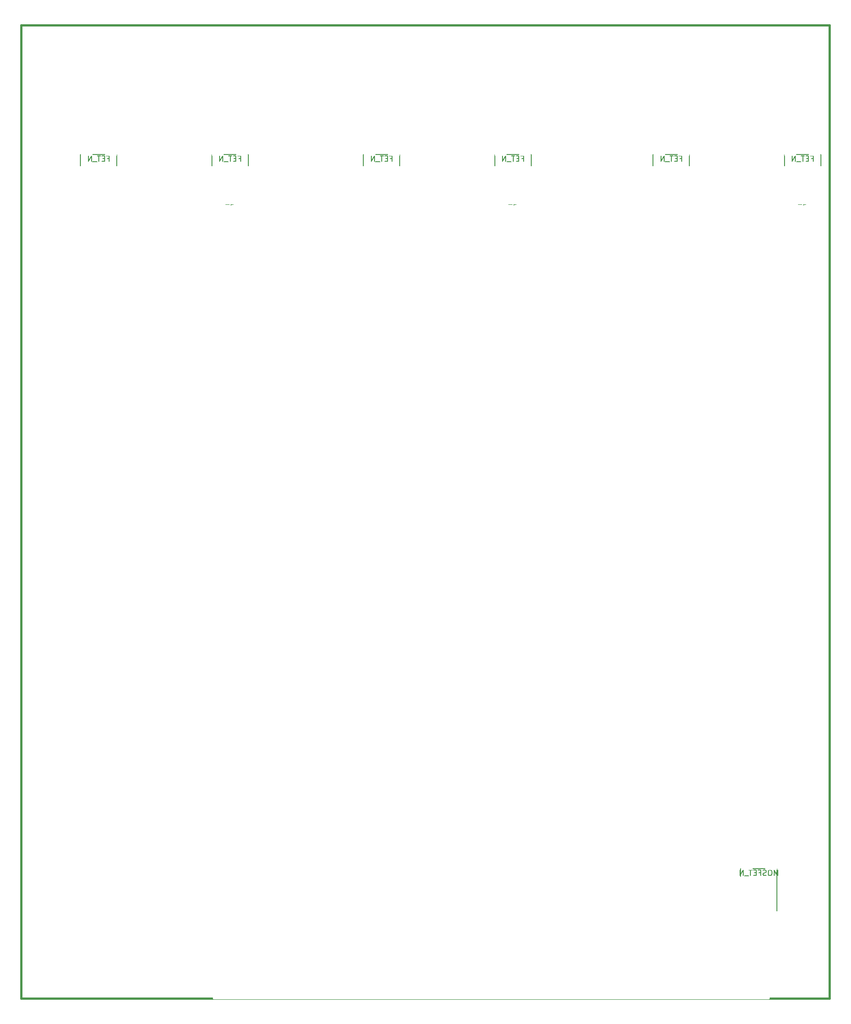
<source format=gbo>
G04 (created by PCBNEW-RS274X (2011-05-25)-stable) date Mon 18 Jun 2012 11:26:01 PM MDT*
G01*
G70*
G90*
%MOIN*%
G04 Gerber Fmt 3.4, Leading zero omitted, Abs format*
%FSLAX34Y34*%
G04 APERTURE LIST*
%ADD10C,0.006000*%
%ADD11C,0.015000*%
%ADD12C,0.005000*%
%ADD13C,0.008000*%
%ADD14C,0.085000*%
%ADD15R,0.080000X0.080000*%
%ADD16C,0.080000*%
%ADD17R,0.085000X0.140000*%
%ADD18R,0.260000X0.260000*%
%ADD19R,0.075000X0.075000*%
%ADD20C,0.075000*%
%ADD21C,0.320000*%
%ADD22O,0.110000X0.082000*%
%ADD23R,0.110000X0.082000*%
%ADD24O,0.082000X0.110000*%
%ADD25R,0.082000X0.110000*%
%ADD26C,0.090000*%
%ADD27R,0.090000X0.090000*%
%ADD28R,0.085000X0.085000*%
%ADD29R,0.140000X0.140000*%
%ADD30C,0.140000*%
%ADD31O,0.118400X0.090900*%
%ADD32R,0.147600X0.147600*%
%ADD33C,0.147600*%
%ADD34C,0.010000*%
G04 APERTURE END LIST*
G54D10*
G54D11*
X68250Y-04750D02*
X68250Y-77000D01*
X08250Y-04750D02*
X68250Y-04750D01*
X08250Y-77000D02*
X08250Y-04750D01*
X68250Y-77000D02*
X08250Y-77000D01*
G54D12*
X66800Y-14350D02*
X66800Y-13100D01*
X66800Y-13100D02*
X67500Y-13100D01*
X67500Y-13100D02*
X67500Y-14350D01*
X65000Y-14350D02*
X65000Y-13100D01*
X65000Y-13100D02*
X65700Y-13100D01*
X65700Y-13100D02*
X65700Y-14350D01*
X67600Y-16750D02*
X67600Y-14350D01*
X67600Y-14350D02*
X64900Y-14350D01*
X64900Y-14350D02*
X64900Y-17450D01*
X64900Y-17500D02*
X67600Y-17500D01*
X67600Y-17450D02*
X67600Y-16750D01*
X57050Y-14350D02*
X57050Y-13100D01*
X57050Y-13100D02*
X57750Y-13100D01*
X57750Y-13100D02*
X57750Y-14350D01*
X55250Y-14350D02*
X55250Y-13100D01*
X55250Y-13100D02*
X55950Y-13100D01*
X55950Y-13100D02*
X55950Y-14350D01*
X57850Y-16750D02*
X57850Y-14350D01*
X57850Y-14350D02*
X55150Y-14350D01*
X55150Y-14350D02*
X55150Y-17450D01*
X55150Y-17500D02*
X57850Y-17500D01*
X57850Y-17450D02*
X57850Y-16750D01*
X35550Y-14350D02*
X35550Y-13100D01*
X35550Y-13100D02*
X36250Y-13100D01*
X36250Y-13100D02*
X36250Y-14350D01*
X33750Y-14350D02*
X33750Y-13100D01*
X33750Y-13100D02*
X34450Y-13100D01*
X34450Y-13100D02*
X34450Y-14350D01*
X36350Y-16750D02*
X36350Y-14350D01*
X36350Y-14350D02*
X33650Y-14350D01*
X33650Y-14350D02*
X33650Y-17450D01*
X33650Y-17500D02*
X36350Y-17500D01*
X36350Y-17450D02*
X36350Y-16750D01*
X45300Y-14350D02*
X45300Y-13100D01*
X45300Y-13100D02*
X46000Y-13100D01*
X46000Y-13100D02*
X46000Y-14350D01*
X43500Y-14350D02*
X43500Y-13100D01*
X43500Y-13100D02*
X44200Y-13100D01*
X44200Y-13100D02*
X44200Y-14350D01*
X46100Y-16750D02*
X46100Y-14350D01*
X46100Y-14350D02*
X43400Y-14350D01*
X43400Y-14350D02*
X43400Y-17450D01*
X43400Y-17500D02*
X46100Y-17500D01*
X46100Y-17450D02*
X46100Y-16750D01*
X63550Y-67350D02*
X63550Y-66100D01*
X63550Y-66100D02*
X64250Y-66100D01*
X64250Y-66100D02*
X64250Y-67350D01*
X61750Y-67350D02*
X61750Y-66100D01*
X61750Y-66100D02*
X62450Y-66100D01*
X62450Y-66100D02*
X62450Y-67350D01*
X64350Y-69750D02*
X64350Y-67350D01*
X64350Y-67350D02*
X61650Y-67350D01*
X61650Y-67350D02*
X61650Y-70450D01*
X61650Y-70500D02*
X64350Y-70500D01*
X64350Y-70450D02*
X64350Y-69750D01*
X24300Y-14350D02*
X24300Y-13100D01*
X24300Y-13100D02*
X25000Y-13100D01*
X25000Y-13100D02*
X25000Y-14350D01*
X22500Y-14350D02*
X22500Y-13100D01*
X22500Y-13100D02*
X23200Y-13100D01*
X23200Y-13100D02*
X23200Y-14350D01*
X25100Y-16750D02*
X25100Y-14350D01*
X25100Y-14350D02*
X22400Y-14350D01*
X22400Y-14350D02*
X22400Y-17450D01*
X22400Y-17500D02*
X25100Y-17500D01*
X25100Y-17450D02*
X25100Y-16750D01*
X14550Y-14350D02*
X14550Y-13100D01*
X14550Y-13100D02*
X15250Y-13100D01*
X15250Y-13100D02*
X15250Y-14350D01*
X12750Y-14350D02*
X12750Y-13100D01*
X12750Y-13100D02*
X13450Y-13100D01*
X13450Y-13100D02*
X13450Y-14350D01*
X15350Y-16750D02*
X15350Y-14350D01*
X15350Y-14350D02*
X12650Y-14350D01*
X12650Y-14350D02*
X12650Y-17450D01*
X12650Y-17500D02*
X15350Y-17500D01*
X15350Y-17450D02*
X15350Y-16750D01*
G54D13*
X66288Y-18100D02*
X66326Y-18076D01*
X66364Y-18029D01*
X66421Y-17957D01*
X66460Y-17933D01*
X66498Y-17933D01*
X66479Y-18052D02*
X66517Y-18029D01*
X66555Y-17981D01*
X66574Y-17886D01*
X66574Y-17719D01*
X66555Y-17624D01*
X66517Y-17576D01*
X66479Y-17552D01*
X66402Y-17552D01*
X66364Y-17576D01*
X66326Y-17624D01*
X66307Y-17719D01*
X66307Y-17886D01*
X66326Y-17981D01*
X66364Y-18029D01*
X66402Y-18052D01*
X66479Y-18052D01*
X66155Y-17600D02*
X66136Y-17576D01*
X66098Y-17552D01*
X66002Y-17552D01*
X65964Y-17576D01*
X65945Y-17600D01*
X65926Y-17648D01*
X65926Y-17695D01*
X65945Y-17767D01*
X66174Y-18052D01*
X65926Y-18052D01*
X66888Y-14652D02*
X67022Y-14652D01*
X67022Y-14862D02*
X67022Y-14462D01*
X66831Y-14462D01*
X66679Y-14652D02*
X66545Y-14652D01*
X66488Y-14862D02*
X66679Y-14862D01*
X66679Y-14462D01*
X66488Y-14462D01*
X66374Y-14462D02*
X66145Y-14462D01*
X66260Y-14862D02*
X66260Y-14462D01*
X66107Y-14900D02*
X65802Y-14900D01*
X65707Y-14862D02*
X65707Y-14462D01*
X65478Y-14862D01*
X65478Y-14462D01*
X56538Y-18100D02*
X56576Y-18076D01*
X56614Y-18029D01*
X56671Y-17957D01*
X56710Y-17933D01*
X56748Y-17933D01*
X56729Y-18052D02*
X56767Y-18029D01*
X56805Y-17981D01*
X56824Y-17886D01*
X56824Y-17719D01*
X56805Y-17624D01*
X56767Y-17576D01*
X56729Y-17552D01*
X56652Y-17552D01*
X56614Y-17576D01*
X56576Y-17624D01*
X56557Y-17719D01*
X56557Y-17886D01*
X56576Y-17981D01*
X56614Y-18029D01*
X56652Y-18052D01*
X56729Y-18052D01*
X56176Y-18052D02*
X56405Y-18052D01*
X56291Y-18052D02*
X56291Y-17552D01*
X56329Y-17624D01*
X56367Y-17671D01*
X56405Y-17695D01*
X57138Y-14652D02*
X57272Y-14652D01*
X57272Y-14862D02*
X57272Y-14462D01*
X57081Y-14462D01*
X56929Y-14652D02*
X56795Y-14652D01*
X56738Y-14862D02*
X56929Y-14862D01*
X56929Y-14462D01*
X56738Y-14462D01*
X56624Y-14462D02*
X56395Y-14462D01*
X56510Y-14862D02*
X56510Y-14462D01*
X56357Y-14900D02*
X56052Y-14900D01*
X55957Y-14862D02*
X55957Y-14462D01*
X55728Y-14862D01*
X55728Y-14462D01*
X35038Y-18100D02*
X35076Y-18076D01*
X35114Y-18029D01*
X35171Y-17957D01*
X35210Y-17933D01*
X35248Y-17933D01*
X35229Y-18052D02*
X35267Y-18029D01*
X35305Y-17981D01*
X35324Y-17886D01*
X35324Y-17719D01*
X35305Y-17624D01*
X35267Y-17576D01*
X35229Y-17552D01*
X35152Y-17552D01*
X35114Y-17576D01*
X35076Y-17624D01*
X35057Y-17719D01*
X35057Y-17886D01*
X35076Y-17981D01*
X35114Y-18029D01*
X35152Y-18052D01*
X35229Y-18052D01*
X34676Y-18052D02*
X34905Y-18052D01*
X34791Y-18052D02*
X34791Y-17552D01*
X34829Y-17624D01*
X34867Y-17671D01*
X34905Y-17695D01*
X35638Y-14652D02*
X35772Y-14652D01*
X35772Y-14862D02*
X35772Y-14462D01*
X35581Y-14462D01*
X35429Y-14652D02*
X35295Y-14652D01*
X35238Y-14862D02*
X35429Y-14862D01*
X35429Y-14462D01*
X35238Y-14462D01*
X35124Y-14462D02*
X34895Y-14462D01*
X35010Y-14862D02*
X35010Y-14462D01*
X34857Y-14900D02*
X34552Y-14900D01*
X34457Y-14862D02*
X34457Y-14462D01*
X34228Y-14862D01*
X34228Y-14462D01*
X44788Y-18100D02*
X44826Y-18076D01*
X44864Y-18029D01*
X44921Y-17957D01*
X44960Y-17933D01*
X44998Y-17933D01*
X44979Y-18052D02*
X45017Y-18029D01*
X45055Y-17981D01*
X45074Y-17886D01*
X45074Y-17719D01*
X45055Y-17624D01*
X45017Y-17576D01*
X44979Y-17552D01*
X44902Y-17552D01*
X44864Y-17576D01*
X44826Y-17624D01*
X44807Y-17719D01*
X44807Y-17886D01*
X44826Y-17981D01*
X44864Y-18029D01*
X44902Y-18052D01*
X44979Y-18052D01*
X44655Y-17600D02*
X44636Y-17576D01*
X44598Y-17552D01*
X44502Y-17552D01*
X44464Y-17576D01*
X44445Y-17600D01*
X44426Y-17648D01*
X44426Y-17695D01*
X44445Y-17767D01*
X44674Y-18052D01*
X44426Y-18052D01*
X45388Y-14652D02*
X45522Y-14652D01*
X45522Y-14862D02*
X45522Y-14462D01*
X45331Y-14462D01*
X45179Y-14652D02*
X45045Y-14652D01*
X44988Y-14862D02*
X45179Y-14862D01*
X45179Y-14462D01*
X44988Y-14462D01*
X44874Y-14462D02*
X44645Y-14462D01*
X44760Y-14862D02*
X44760Y-14462D01*
X44607Y-14900D02*
X44302Y-14900D01*
X44207Y-14862D02*
X44207Y-14462D01*
X43978Y-14862D01*
X43978Y-14462D01*
X63038Y-71100D02*
X63076Y-71076D01*
X63114Y-71029D01*
X63171Y-70957D01*
X63210Y-70933D01*
X63248Y-70933D01*
X63229Y-71052D02*
X63267Y-71029D01*
X63305Y-70981D01*
X63324Y-70886D01*
X63324Y-70719D01*
X63305Y-70624D01*
X63267Y-70576D01*
X63229Y-70552D01*
X63152Y-70552D01*
X63114Y-70576D01*
X63076Y-70624D01*
X63057Y-70719D01*
X63057Y-70886D01*
X63076Y-70981D01*
X63114Y-71029D01*
X63152Y-71052D01*
X63229Y-71052D01*
X62924Y-70552D02*
X62676Y-70552D01*
X62810Y-70743D01*
X62752Y-70743D01*
X62714Y-70767D01*
X62695Y-70790D01*
X62676Y-70838D01*
X62676Y-70957D01*
X62695Y-71005D01*
X62714Y-71029D01*
X62752Y-71052D01*
X62867Y-71052D01*
X62905Y-71029D01*
X62924Y-71005D01*
X64400Y-67862D02*
X64400Y-67462D01*
X64266Y-67748D01*
X64133Y-67462D01*
X64133Y-67862D01*
X63867Y-67462D02*
X63790Y-67462D01*
X63752Y-67481D01*
X63714Y-67519D01*
X63695Y-67595D01*
X63695Y-67729D01*
X63714Y-67805D01*
X63752Y-67843D01*
X63790Y-67862D01*
X63867Y-67862D01*
X63905Y-67843D01*
X63943Y-67805D01*
X63962Y-67729D01*
X63962Y-67595D01*
X63943Y-67519D01*
X63905Y-67481D01*
X63867Y-67462D01*
X63543Y-67843D02*
X63486Y-67862D01*
X63390Y-67862D01*
X63352Y-67843D01*
X63333Y-67824D01*
X63314Y-67786D01*
X63314Y-67748D01*
X63333Y-67710D01*
X63352Y-67690D01*
X63390Y-67671D01*
X63467Y-67652D01*
X63505Y-67633D01*
X63524Y-67614D01*
X63543Y-67576D01*
X63543Y-67538D01*
X63524Y-67500D01*
X63505Y-67481D01*
X63467Y-67462D01*
X63371Y-67462D01*
X63314Y-67481D01*
X63009Y-67652D02*
X63143Y-67652D01*
X63143Y-67862D02*
X63143Y-67462D01*
X62952Y-67462D01*
X62800Y-67652D02*
X62666Y-67652D01*
X62609Y-67862D02*
X62800Y-67862D01*
X62800Y-67462D01*
X62609Y-67462D01*
X62495Y-67462D02*
X62266Y-67462D01*
X62381Y-67862D02*
X62381Y-67462D01*
X62228Y-67900D02*
X61923Y-67900D01*
X61828Y-67862D02*
X61828Y-67462D01*
X61599Y-67862D01*
X61599Y-67462D01*
X23788Y-18100D02*
X23826Y-18076D01*
X23864Y-18029D01*
X23921Y-17957D01*
X23960Y-17933D01*
X23998Y-17933D01*
X23979Y-18052D02*
X24017Y-18029D01*
X24055Y-17981D01*
X24074Y-17886D01*
X24074Y-17719D01*
X24055Y-17624D01*
X24017Y-17576D01*
X23979Y-17552D01*
X23902Y-17552D01*
X23864Y-17576D01*
X23826Y-17624D01*
X23807Y-17719D01*
X23807Y-17886D01*
X23826Y-17981D01*
X23864Y-18029D01*
X23902Y-18052D01*
X23979Y-18052D01*
X23655Y-17600D02*
X23636Y-17576D01*
X23598Y-17552D01*
X23502Y-17552D01*
X23464Y-17576D01*
X23445Y-17600D01*
X23426Y-17648D01*
X23426Y-17695D01*
X23445Y-17767D01*
X23674Y-18052D01*
X23426Y-18052D01*
X24388Y-14652D02*
X24522Y-14652D01*
X24522Y-14862D02*
X24522Y-14462D01*
X24331Y-14462D01*
X24179Y-14652D02*
X24045Y-14652D01*
X23988Y-14862D02*
X24179Y-14862D01*
X24179Y-14462D01*
X23988Y-14462D01*
X23874Y-14462D02*
X23645Y-14462D01*
X23760Y-14862D02*
X23760Y-14462D01*
X23607Y-14900D02*
X23302Y-14900D01*
X23207Y-14862D02*
X23207Y-14462D01*
X22978Y-14862D01*
X22978Y-14462D01*
X14038Y-18100D02*
X14076Y-18076D01*
X14114Y-18029D01*
X14171Y-17957D01*
X14210Y-17933D01*
X14248Y-17933D01*
X14229Y-18052D02*
X14267Y-18029D01*
X14305Y-17981D01*
X14324Y-17886D01*
X14324Y-17719D01*
X14305Y-17624D01*
X14267Y-17576D01*
X14229Y-17552D01*
X14152Y-17552D01*
X14114Y-17576D01*
X14076Y-17624D01*
X14057Y-17719D01*
X14057Y-17886D01*
X14076Y-17981D01*
X14114Y-18029D01*
X14152Y-18052D01*
X14229Y-18052D01*
X13676Y-18052D02*
X13905Y-18052D01*
X13791Y-18052D02*
X13791Y-17552D01*
X13829Y-17624D01*
X13867Y-17671D01*
X13905Y-17695D01*
X14638Y-14652D02*
X14772Y-14652D01*
X14772Y-14862D02*
X14772Y-14462D01*
X14581Y-14462D01*
X14429Y-14652D02*
X14295Y-14652D01*
X14238Y-14862D02*
X14429Y-14862D01*
X14429Y-14462D01*
X14238Y-14462D01*
X14124Y-14462D02*
X13895Y-14462D01*
X14010Y-14862D02*
X14010Y-14462D01*
X13857Y-14900D02*
X13552Y-14900D01*
X13457Y-14862D02*
X13457Y-14462D01*
X13228Y-14862D01*
X13228Y-14462D01*
%LPC*%
G54D14*
X52750Y-13500D03*
X52750Y-16500D03*
X63000Y-10500D03*
X66000Y-10500D03*
X57500Y-12250D03*
X57500Y-09250D03*
X62000Y-16500D03*
X62000Y-13500D03*
X54250Y-16500D03*
X54250Y-13500D03*
X60500Y-13500D03*
X60500Y-16500D03*
X59250Y-12500D03*
X59250Y-15500D03*
X51500Y-12500D03*
X51500Y-15500D03*
X58500Y-08000D03*
X58500Y-11000D03*
G54D15*
X55500Y-06250D03*
G54D16*
X56500Y-06250D03*
X57500Y-06250D03*
X58500Y-06250D03*
X59500Y-06250D03*
X60500Y-06250D03*
G54D17*
X65350Y-13750D03*
G54D18*
X66250Y-16250D03*
G54D17*
X67150Y-13750D03*
X55600Y-13750D03*
G54D18*
X56500Y-16250D03*
G54D17*
X57400Y-13750D03*
G54D19*
X52750Y-12500D03*
G54D20*
X52750Y-09500D03*
G54D21*
X66500Y-20250D03*
X52500Y-06750D03*
X52500Y-20250D03*
G54D20*
X56250Y-08250D03*
X57250Y-08250D03*
X56250Y-11500D03*
X56250Y-12500D03*
X63250Y-12000D03*
X63250Y-13000D03*
G54D19*
X60500Y-12500D03*
G54D20*
X60500Y-09500D03*
G54D19*
X39000Y-12500D03*
G54D20*
X39000Y-09500D03*
X41750Y-12000D03*
X41750Y-13000D03*
X34750Y-11500D03*
X34750Y-12500D03*
X34750Y-08250D03*
X35750Y-08250D03*
G54D21*
X31000Y-20250D03*
X31000Y-06750D03*
X45000Y-20250D03*
G54D19*
X31250Y-12500D03*
G54D20*
X31250Y-09500D03*
G54D17*
X34100Y-13750D03*
G54D18*
X35000Y-16250D03*
G54D17*
X35900Y-13750D03*
X43850Y-13750D03*
G54D18*
X44750Y-16250D03*
G54D17*
X45650Y-13750D03*
G54D15*
X34000Y-06250D03*
G54D16*
X35000Y-06250D03*
X36000Y-06250D03*
X37000Y-06250D03*
X38000Y-06250D03*
X39000Y-06250D03*
G54D14*
X37000Y-08000D03*
X37000Y-11000D03*
X30000Y-12500D03*
X30000Y-15500D03*
X37750Y-12500D03*
X37750Y-15500D03*
X39000Y-13500D03*
X39000Y-16500D03*
X32750Y-16500D03*
X32750Y-13500D03*
X40500Y-16500D03*
X40500Y-13500D03*
X36000Y-12250D03*
X36000Y-09250D03*
X41500Y-10500D03*
X44500Y-10500D03*
X31250Y-13500D03*
X31250Y-16500D03*
G54D15*
X45000Y-35250D03*
G54D16*
X46000Y-35250D03*
X47000Y-35250D03*
G54D15*
X45000Y-36750D03*
G54D16*
X46000Y-36750D03*
X47000Y-36750D03*
G54D15*
X45000Y-33750D03*
G54D16*
X46000Y-33750D03*
X47000Y-33750D03*
G54D15*
X14000Y-72000D03*
G54D16*
X15000Y-72000D03*
X16000Y-72000D03*
X17000Y-72000D03*
X18000Y-72000D03*
X19000Y-72000D03*
G54D15*
X26500Y-72000D03*
G54D16*
X27500Y-72000D03*
X28500Y-72000D03*
X29500Y-72000D03*
X30500Y-72000D03*
X31500Y-72000D03*
G54D22*
X29250Y-45000D03*
X29250Y-46000D03*
X29250Y-47000D03*
X29250Y-48000D03*
X29250Y-49000D03*
X29250Y-50000D03*
X29250Y-51000D03*
X29250Y-52000D03*
X29250Y-53000D03*
X29250Y-54000D03*
X29250Y-55000D03*
X29250Y-56000D03*
X29250Y-57000D03*
G54D23*
X29250Y-44000D03*
G54D22*
X32250Y-57000D03*
X32250Y-56000D03*
X32250Y-55000D03*
X32250Y-54000D03*
X32250Y-53000D03*
X32250Y-52000D03*
X32250Y-51000D03*
X32250Y-50000D03*
X32250Y-49000D03*
X32250Y-48000D03*
X32250Y-47000D03*
X32250Y-46000D03*
X32250Y-45000D03*
X32250Y-44000D03*
G54D24*
X14250Y-60500D03*
X15250Y-60500D03*
X16250Y-60500D03*
X17250Y-60500D03*
X18250Y-60500D03*
X19250Y-60500D03*
X20250Y-60500D03*
X21250Y-60500D03*
X22250Y-60500D03*
X23250Y-60500D03*
X24250Y-60500D03*
X25250Y-60500D03*
X26250Y-60500D03*
G54D25*
X13250Y-60500D03*
G54D24*
X26250Y-57500D03*
X25250Y-57500D03*
X24250Y-57500D03*
X23250Y-57500D03*
X22250Y-57500D03*
X21250Y-57500D03*
X20250Y-57500D03*
X19250Y-57500D03*
X18250Y-57500D03*
X17250Y-57500D03*
X16250Y-57500D03*
X15250Y-57500D03*
X14250Y-57500D03*
X13250Y-57500D03*
G54D25*
X29750Y-63000D03*
G54D24*
X30750Y-63000D03*
X31750Y-63000D03*
X32750Y-63000D03*
X33750Y-63000D03*
X34750Y-63000D03*
X35750Y-63000D03*
X36750Y-63000D03*
X37750Y-63000D03*
X37750Y-60000D03*
X36750Y-60000D03*
X35750Y-60000D03*
X34750Y-60000D03*
X33750Y-60000D03*
X32750Y-60000D03*
X31750Y-60000D03*
X30750Y-60000D03*
X29750Y-60000D03*
G54D26*
X62750Y-58500D03*
G54D27*
X66750Y-58500D03*
G54D19*
X65750Y-65000D03*
G54D20*
X62750Y-65000D03*
X49000Y-39000D03*
X47000Y-39000D03*
X54750Y-63500D03*
X52750Y-63500D03*
X35250Y-30250D03*
X35250Y-28250D03*
X57000Y-39000D03*
X57000Y-40000D03*
X49850Y-57600D03*
X51850Y-57600D03*
X57000Y-38000D03*
X57000Y-37000D03*
G54D15*
X39000Y-72000D03*
G54D16*
X40000Y-72000D03*
X41000Y-72000D03*
X42000Y-72000D03*
X43000Y-72000D03*
X44000Y-72000D03*
G54D27*
X46750Y-52000D03*
G54D26*
X46750Y-54000D03*
G54D20*
X63000Y-47000D03*
X63000Y-45000D03*
G54D26*
X46750Y-63000D03*
G54D27*
X46750Y-58000D03*
G54D26*
X55750Y-67500D03*
G54D27*
X51750Y-67500D03*
G54D19*
X57250Y-62000D03*
G54D20*
X57250Y-65000D03*
G54D19*
X57850Y-57000D03*
G54D20*
X54850Y-57000D03*
G54D15*
X52500Y-72000D03*
G54D16*
X53500Y-72000D03*
X54500Y-72000D03*
X55500Y-72000D03*
X56500Y-72000D03*
X57500Y-72000D03*
G54D22*
X53500Y-46000D03*
X53500Y-45000D03*
X53500Y-44000D03*
X53500Y-43000D03*
X53500Y-42000D03*
X53500Y-41000D03*
X53500Y-40000D03*
X53500Y-39000D03*
X53500Y-38000D03*
X53500Y-37000D03*
X53500Y-36000D03*
X53500Y-35000D03*
X53500Y-34000D03*
G54D23*
X53500Y-47000D03*
G54D22*
X50500Y-34000D03*
X50500Y-35000D03*
X50500Y-36000D03*
X50500Y-37000D03*
X50500Y-38000D03*
X50500Y-39000D03*
X50500Y-40000D03*
X50500Y-41000D03*
X50500Y-42000D03*
X50500Y-43000D03*
X50500Y-44000D03*
X50500Y-45000D03*
X50500Y-46000D03*
X50500Y-47000D03*
G54D15*
X48750Y-28750D03*
G54D16*
X48750Y-27750D03*
X49750Y-28750D03*
X49750Y-27750D03*
X50750Y-28750D03*
X50750Y-27750D03*
G54D20*
X67000Y-47000D03*
X67000Y-49000D03*
X64000Y-47000D03*
X64000Y-49000D03*
G54D28*
X48750Y-64500D03*
G54D14*
X49750Y-64500D03*
G54D27*
X42250Y-59000D03*
G54D26*
X44250Y-59000D03*
G54D20*
X44250Y-56000D03*
X42250Y-56000D03*
G54D27*
X56250Y-54000D03*
G54D26*
X56250Y-52000D03*
G54D28*
X51250Y-60000D03*
G54D14*
X51250Y-61000D03*
G54D20*
X54250Y-61500D03*
X54250Y-59500D03*
X47000Y-40000D03*
X49000Y-40000D03*
G54D14*
X47250Y-66500D03*
X44250Y-66500D03*
X44250Y-65500D03*
X47250Y-65500D03*
X66250Y-54000D03*
X66250Y-57000D03*
X64250Y-57000D03*
X64250Y-54000D03*
X25250Y-56000D03*
X25250Y-53000D03*
X50500Y-26000D03*
X53500Y-26000D03*
G54D19*
X44750Y-63500D03*
G54D20*
X43750Y-63500D03*
X43750Y-62500D03*
G54D26*
X55250Y-37500D03*
X55250Y-39500D03*
G54D25*
X23750Y-41500D03*
G54D24*
X24750Y-41500D03*
X25750Y-41500D03*
X26750Y-41500D03*
X27750Y-41500D03*
X28750Y-41500D03*
X29750Y-41500D03*
X30750Y-41500D03*
X31750Y-41500D03*
X31750Y-38500D03*
X30750Y-38500D03*
X29750Y-38500D03*
X28750Y-38500D03*
X27750Y-38500D03*
X26750Y-38500D03*
X25750Y-38500D03*
X24750Y-38500D03*
X23750Y-38500D03*
G54D25*
X13750Y-41500D03*
G54D24*
X14750Y-41500D03*
X15750Y-41500D03*
X16750Y-41500D03*
X17750Y-41500D03*
X18750Y-41500D03*
X19750Y-41500D03*
X20750Y-41500D03*
X21750Y-41500D03*
X21750Y-38500D03*
X20750Y-38500D03*
X19750Y-38500D03*
X18750Y-38500D03*
X17750Y-38500D03*
X16750Y-38500D03*
X15750Y-38500D03*
X14750Y-38500D03*
X13750Y-38500D03*
G54D25*
X13250Y-56000D03*
G54D24*
X14250Y-56000D03*
X15250Y-56000D03*
X16250Y-56000D03*
X17250Y-56000D03*
X18250Y-56000D03*
X19250Y-56000D03*
X20250Y-56000D03*
X21250Y-56000D03*
X21250Y-53000D03*
X20250Y-53000D03*
X19250Y-53000D03*
X18250Y-53000D03*
X17250Y-53000D03*
X16250Y-53000D03*
X15250Y-53000D03*
X14250Y-53000D03*
X13250Y-53000D03*
G54D25*
X21250Y-63000D03*
G54D24*
X20250Y-63000D03*
X19250Y-63000D03*
X18250Y-63000D03*
X17250Y-63000D03*
X16250Y-63000D03*
X15250Y-63000D03*
X14250Y-63000D03*
X13250Y-63000D03*
X13250Y-66000D03*
X14250Y-66000D03*
X15250Y-66000D03*
X16250Y-66000D03*
X17250Y-66000D03*
X18250Y-66000D03*
X19250Y-66000D03*
X20250Y-66000D03*
X21250Y-66000D03*
G54D14*
X63750Y-33250D03*
X60750Y-33250D03*
X63750Y-31500D03*
X60750Y-31500D03*
G54D29*
X36250Y-27000D03*
G54D30*
X22250Y-27000D03*
G54D14*
X33750Y-56000D03*
X36750Y-56000D03*
G54D25*
X21750Y-34000D03*
G54D24*
X20750Y-34000D03*
X19750Y-34000D03*
X18750Y-34000D03*
X17750Y-34000D03*
X16750Y-34000D03*
X15750Y-34000D03*
X14750Y-34000D03*
X14750Y-37000D03*
X15750Y-37000D03*
X16750Y-37000D03*
X17750Y-37000D03*
X18750Y-37000D03*
X19750Y-37000D03*
X20750Y-37000D03*
X21750Y-37000D03*
G54D25*
X22750Y-37000D03*
G54D24*
X23750Y-37000D03*
X24750Y-37000D03*
X25750Y-37000D03*
X26750Y-37000D03*
X27750Y-37000D03*
X28750Y-37000D03*
X29750Y-37000D03*
X29750Y-34000D03*
X28750Y-34000D03*
X27750Y-34000D03*
X26750Y-34000D03*
X25750Y-34000D03*
X24750Y-34000D03*
X23750Y-34000D03*
X22750Y-34000D03*
G54D15*
X66250Y-45500D03*
G54D16*
X66250Y-44500D03*
X66250Y-43500D03*
X66250Y-42500D03*
X66250Y-41500D03*
X66250Y-40500D03*
G54D31*
X58754Y-60000D03*
X58754Y-58622D03*
X58754Y-61378D03*
X59935Y-60709D03*
X59935Y-59291D03*
G54D21*
X10750Y-27000D03*
X65750Y-27000D03*
X10750Y-72000D03*
X65750Y-72000D03*
G54D19*
X29750Y-64500D03*
G54D20*
X30750Y-64500D03*
X31750Y-64500D03*
X32750Y-64500D03*
X33750Y-64500D03*
X34750Y-64500D03*
X35750Y-64500D03*
X36750Y-64500D03*
X37750Y-64500D03*
G54D14*
X61250Y-41250D03*
X61250Y-38250D03*
X61250Y-43000D03*
X61250Y-46000D03*
X33750Y-54000D03*
X36750Y-54000D03*
X23250Y-56000D03*
X23250Y-53000D03*
G54D15*
X31750Y-66000D03*
G54D16*
X30750Y-66000D03*
X29750Y-66000D03*
G54D15*
X34250Y-39000D03*
G54D16*
X34250Y-40000D03*
X34250Y-41000D03*
G54D15*
X11250Y-39000D03*
G54D16*
X11250Y-40000D03*
X11250Y-41000D03*
G54D15*
X10750Y-53500D03*
G54D16*
X10750Y-54500D03*
X10750Y-55500D03*
G54D15*
X10750Y-63500D03*
G54D16*
X10750Y-64500D03*
X10750Y-65500D03*
G54D25*
X13250Y-51500D03*
G54D24*
X14250Y-51500D03*
X15250Y-51500D03*
X16250Y-51500D03*
X17250Y-51500D03*
X18250Y-51500D03*
X19250Y-51500D03*
X20250Y-51500D03*
X20250Y-48500D03*
X19250Y-48500D03*
X18250Y-48500D03*
X17250Y-48500D03*
X16250Y-48500D03*
X15250Y-48500D03*
X14250Y-48500D03*
X13250Y-48500D03*
G54D15*
X21750Y-31000D03*
G54D16*
X20750Y-31000D03*
X19750Y-31000D03*
X18750Y-31000D03*
X17750Y-31000D03*
G54D15*
X31750Y-31000D03*
G54D16*
X30750Y-31000D03*
X29750Y-31000D03*
X28750Y-31000D03*
X27750Y-31000D03*
G54D15*
X36750Y-66000D03*
G54D16*
X35750Y-66000D03*
X34750Y-66000D03*
X33750Y-66000D03*
X32750Y-66000D03*
G54D15*
X20250Y-45500D03*
G54D16*
X19250Y-45500D03*
X18250Y-45500D03*
X17250Y-45500D03*
X16250Y-45500D03*
G54D19*
X59500Y-42750D03*
G54D20*
X59500Y-41750D03*
X58500Y-41750D03*
G54D19*
X60500Y-37250D03*
G54D20*
X60500Y-36250D03*
X59500Y-36250D03*
G54D15*
X55500Y-27750D03*
G54D16*
X55500Y-28750D03*
G54D15*
X53250Y-27750D03*
G54D16*
X53250Y-28750D03*
G54D15*
X16750Y-31000D03*
G54D16*
X15750Y-31000D03*
X14750Y-31000D03*
X13750Y-31000D03*
X12750Y-31000D03*
G54D15*
X26750Y-31000D03*
G54D16*
X25750Y-31000D03*
X24750Y-31000D03*
X23750Y-31000D03*
X22750Y-31000D03*
G54D15*
X15250Y-45500D03*
G54D16*
X14250Y-45500D03*
X13250Y-45500D03*
X12250Y-45500D03*
X11250Y-45500D03*
G54D14*
X57250Y-26250D03*
X60250Y-26250D03*
G54D15*
X46750Y-44000D03*
G54D16*
X47750Y-44000D03*
X48750Y-44000D03*
G54D15*
X58750Y-29750D03*
G54D16*
X58750Y-28750D03*
X58750Y-27750D03*
G54D17*
X62100Y-66750D03*
G54D18*
X63000Y-69250D03*
G54D17*
X63900Y-66750D03*
G54D26*
X58550Y-66600D03*
X65550Y-66600D03*
G54D32*
X50250Y-55000D03*
G54D33*
X52250Y-53000D03*
G54D32*
X59750Y-55300D03*
G54D33*
X61750Y-53300D03*
G54D14*
X10250Y-13500D03*
X10250Y-16500D03*
X20500Y-10500D03*
X23500Y-10500D03*
X15000Y-12250D03*
X15000Y-09250D03*
X19500Y-16500D03*
X19500Y-13500D03*
X11750Y-16500D03*
X11750Y-13500D03*
X18000Y-13500D03*
X18000Y-16500D03*
X16750Y-12500D03*
X16750Y-15500D03*
X09000Y-12500D03*
X09000Y-15500D03*
X16000Y-08000D03*
X16000Y-11000D03*
G54D15*
X13000Y-06250D03*
G54D16*
X14000Y-06250D03*
X15000Y-06250D03*
X16000Y-06250D03*
X17000Y-06250D03*
X18000Y-06250D03*
G54D17*
X22850Y-13750D03*
G54D18*
X23750Y-16250D03*
G54D17*
X24650Y-13750D03*
X13100Y-13750D03*
G54D18*
X14000Y-16250D03*
G54D17*
X14900Y-13750D03*
G54D19*
X10250Y-12500D03*
G54D20*
X10250Y-09500D03*
G54D21*
X24000Y-20250D03*
X10000Y-06750D03*
X10000Y-20250D03*
G54D20*
X13750Y-08250D03*
X14750Y-08250D03*
X13750Y-11500D03*
X13750Y-12500D03*
X20750Y-12000D03*
X20750Y-13000D03*
G54D19*
X18000Y-12500D03*
G54D20*
X18000Y-09500D03*
G54D10*
G36*
X63750Y-77000D02*
X63750Y-68000D01*
X61500Y-68000D01*
X60500Y-69000D01*
X60500Y-73000D01*
X50500Y-73000D01*
X49000Y-71500D01*
X47500Y-71500D01*
X47500Y-73250D01*
X37500Y-73250D01*
X36250Y-72000D01*
X35000Y-72000D01*
X35000Y-73250D01*
X25250Y-73250D01*
X23750Y-71750D01*
X22500Y-71750D01*
X22500Y-77000D01*
X63750Y-77000D01*
X63750Y-77000D01*
G37*
G54D34*
X63750Y-77000D02*
X63750Y-68000D01*
X61500Y-68000D01*
X60500Y-69000D01*
X60500Y-73000D01*
X50500Y-73000D01*
X49000Y-71500D01*
X47500Y-71500D01*
X47500Y-73250D01*
X37500Y-73250D01*
X36250Y-72000D01*
X35000Y-72000D01*
X35000Y-73250D01*
X25250Y-73250D01*
X23750Y-71750D01*
X22500Y-71750D01*
X22500Y-77000D01*
X63750Y-77000D01*
G54D10*
G36*
X20250Y-20500D02*
X23000Y-18000D01*
X25250Y-18000D01*
X25250Y-15250D01*
X21000Y-15250D01*
X19000Y-18500D01*
X19000Y-20500D01*
X20250Y-20500D01*
X20250Y-20500D01*
G37*
G54D34*
X20250Y-20500D02*
X23000Y-18000D01*
X25250Y-18000D01*
X25250Y-15250D01*
X21000Y-15250D01*
X19000Y-18500D01*
X19000Y-20500D01*
X20250Y-20500D01*
G54D10*
G36*
X15500Y-20500D02*
X15500Y-15250D01*
X12500Y-15250D01*
X12500Y-17750D01*
X14000Y-18250D01*
X14000Y-20500D01*
X15500Y-20500D01*
X15500Y-20500D01*
G37*
G54D34*
X15500Y-20500D02*
X15500Y-15250D01*
X12500Y-15250D01*
X12500Y-17750D01*
X14000Y-18250D01*
X14000Y-20500D01*
X15500Y-20500D01*
G54D10*
G36*
X41250Y-20500D02*
X44000Y-18000D01*
X46250Y-18000D01*
X46250Y-15250D01*
X42000Y-15250D01*
X40000Y-18500D01*
X40000Y-20500D01*
X41250Y-20500D01*
X41250Y-20500D01*
G37*
G54D34*
X41250Y-20500D02*
X44000Y-18000D01*
X46250Y-18000D01*
X46250Y-15250D01*
X42000Y-15250D01*
X40000Y-18500D01*
X40000Y-20500D01*
X41250Y-20500D01*
G54D10*
G36*
X36500Y-20500D02*
X36500Y-15250D01*
X33500Y-15250D01*
X33500Y-17750D01*
X35000Y-18250D01*
X35000Y-20500D01*
X36500Y-20500D01*
X36500Y-20500D01*
G37*
G54D34*
X36500Y-20500D02*
X36500Y-15250D01*
X33500Y-15250D01*
X33500Y-17750D01*
X35000Y-18250D01*
X35000Y-20500D01*
X36500Y-20500D01*
G54D10*
G36*
X62750Y-20500D02*
X65500Y-18000D01*
X67750Y-18000D01*
X67750Y-15250D01*
X63500Y-15250D01*
X61500Y-18500D01*
X61500Y-20500D01*
X62750Y-20500D01*
X62750Y-20500D01*
G37*
G54D34*
X62750Y-20500D02*
X65500Y-18000D01*
X67750Y-18000D01*
X67750Y-15250D01*
X63500Y-15250D01*
X61500Y-18500D01*
X61500Y-20500D01*
X62750Y-20500D01*
G54D10*
G36*
X58000Y-20500D02*
X58000Y-15250D01*
X55000Y-15250D01*
X55000Y-17750D01*
X56500Y-18250D01*
X56500Y-20500D01*
X58000Y-20500D01*
X58000Y-20500D01*
G37*
G54D34*
X58000Y-20500D02*
X58000Y-15250D01*
X55000Y-15250D01*
X55000Y-17750D01*
X56500Y-18250D01*
X56500Y-20500D01*
X58000Y-20500D01*
M02*

</source>
